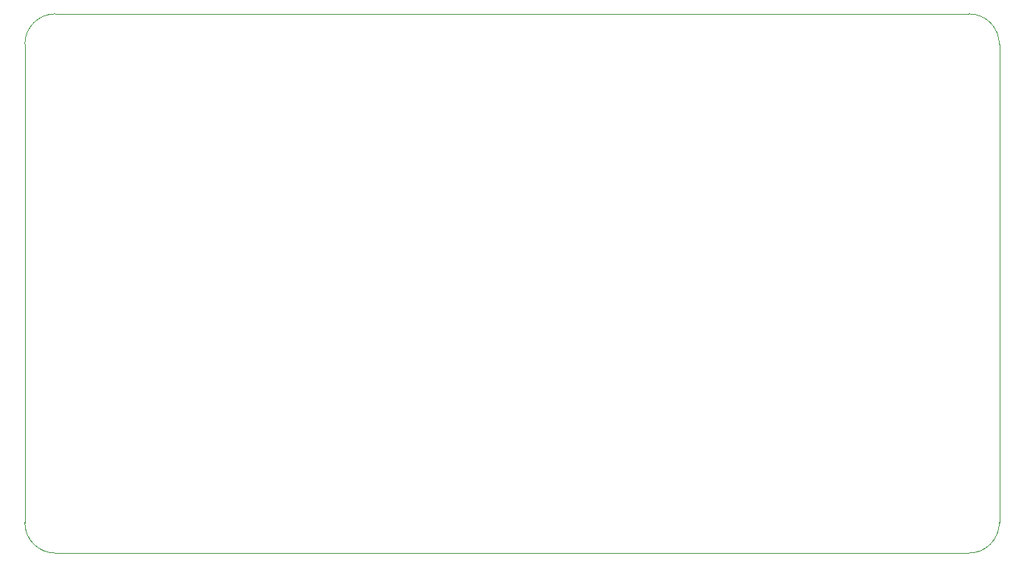
<source format=gm1>
G04 #@! TF.GenerationSoftware,KiCad,Pcbnew,5.1.12-84ad8e8a86~92~ubuntu20.04.1*
G04 #@! TF.CreationDate,2021-11-25T00:21:49+01:00*
G04 #@! TF.ProjectId,CC dimmer low voltage,43432064-696d-46d6-9572-206c6f772076,0.93*
G04 #@! TF.SameCoordinates,Original*
G04 #@! TF.FileFunction,Profile,NP*
%FSLAX46Y46*%
G04 Gerber Fmt 4.6, Leading zero omitted, Abs format (unit mm)*
G04 Created by KiCad (PCBNEW 5.1.12-84ad8e8a86~92~ubuntu20.04.1) date 2021-11-25 00:21:49*
%MOMM*%
%LPD*%
G01*
G04 APERTURE LIST*
G04 #@! TA.AperFunction,Profile*
%ADD10C,0.100000*%
G04 #@! TD*
G04 APERTURE END LIST*
D10*
X211380000Y-52300000D02*
X211380000Y-107300000D01*
X99380000Y-52300000D02*
X99380000Y-107300000D01*
X102880000Y-48800000D02*
X207880000Y-48800000D01*
X102880000Y-110800000D02*
X207880000Y-110800000D01*
X211380000Y-107300000D02*
G75*
G02*
X207880000Y-110800000I-3500000J0D01*
G01*
X99380000Y-52300000D02*
G75*
G02*
X102880000Y-48800000I3500000J0D01*
G01*
X102880000Y-110800000D02*
G75*
G02*
X99380000Y-107300000I0J3500000D01*
G01*
X207880000Y-48800000D02*
G75*
G02*
X211380000Y-52300000I0J-3500000D01*
G01*
M02*

</source>
